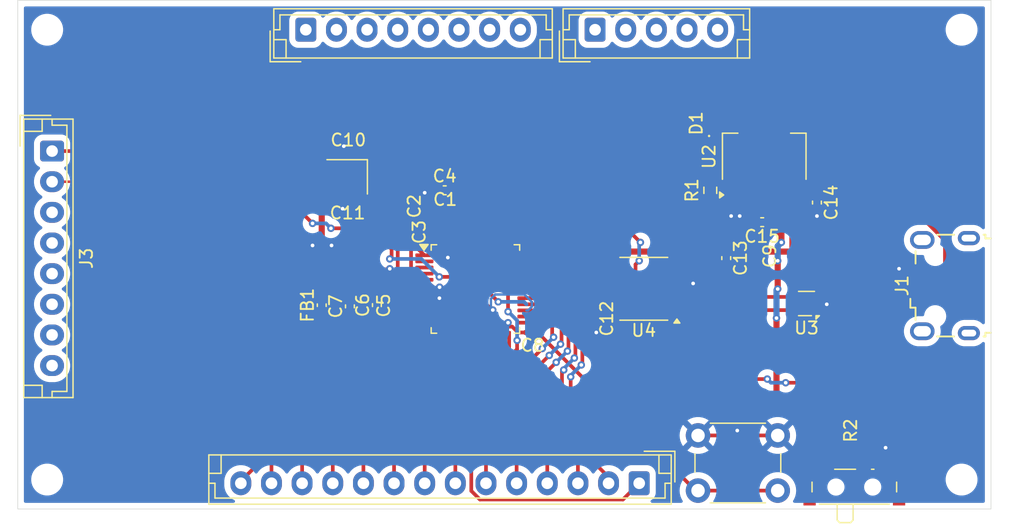
<source format=kicad_pcb>
(kicad_pcb (version 20240108) (generator "pcbnew") (generator_version "8.0")
  (layers (0 "F.Cu" signal) (31 "B.Cu" signal) (34 "B.Paste" user) (35 "F.Paste" user) (36 "B.SilkS" user "B.Silkscreen") (37 "F.SilkS" user "F.Silkscreen") (38 "B.Mask" user) (39 "F.Mask" user) (44 "Edge.Cuts" user))
  (net 0 "")
  (net 1 "+3.3V")
  (net 2 "GND")
  (net 3 "+3.3VA")
  (net 4 "/RESET_LINE")
  (net 5 "VBUS")
  (net 6 "/OSC_IN")
  (net 7 "/OSC_OUT")
  (net 8 "Net-(U4-V3)")
  (net 9 "Net-(D1-K)")
  (net 14 "Net-(J1-D+)")
  (net 15 "Net-(J1-D-)")
  (net 17 "/PB2")
  (net 18 "/PB4")
  (net 19 "/PB7")
  (net 20 "/PB0")
  (net 21 "/PB1")
  (net 22 "/PB6")
  (net 23 "/PB3")
  (net 24 "/PB5")
  (net 25 "/PB13")
  (net 26 "/PB9")
  (net 27 "/PB8")
  (net 28 "/PB10")
  (net 29 "/PB15")
  (net 30 "/PB14")
  (net 31 "/PB12")
  (net 32 "/PB11")
  (net 33 "/PA12")
  (net 34 "/PA3")
  (net 35 "/PA8")
  (net 36 "/PA2")
  (net 37 "/PA6")
  (net 38 "/PA4")
  (net 39 "/PA10")
  (net 40 "/PA0")
  (net 41 "/PA9")
  (net 42 "/PA7")
  (net 43 "/PA1")
  (net 44 "/PA13")
  (net 45 "/PA5")
  (net 46 "/PA11")
  (net 47 "/PC15")
  (net 48 "/PC13")
  (net 49 "/PF6")
  (net 50 "/PC14")
  (net 51 "/PF7")
  (net 52 "/BOOT_SELECTOR")
  (net 53 "/USART_1_RX")
  (net 54 "/USART_1_TX")
  (net 55 "Net-(U4-UD-)")
  (net 56 "Net-(U4-UD+)")
  (net 58 "Net-(U1-BOOT0)")
  (footprint "Capacitor_SMD:C_0201_0603Metric_Pad0.64x0.40mm_HandSolder" (layer "F.Cu") (at 217.1 91.9675 -90)
    (property "Reference" "C12")
    (property "Value" "0.1u" (hide yes))
  )
  (footprint "Capacitor_SMD:C_0402_1005Metric_Pad0.74x0.62mm_HandSolder" (layer "F.Cu") (at 199.4 90.8675 90)
    (property "Reference" "C6")
    (property "Value" "1u" (hide yes))
  )
  (footprint "Connector_JST:JST_EH_B8B-EH-A_1x08_P2.50mm_Vertical" (layer "F.Cu") (at 193.6 68.4)
    (property "Reference" "J2" (hide yes))
    (property "Value" "Conn_01x08_Pin" (hide yes))
  )
  (footprint "Package_SO:SOP-8_3.9x4.9mm_P1.27mm" (layer "F.Cu") (at 221.175 89.535 180)
    (property "Reference" "U4")
    (property "Value" "CH340N" (hide yes))
  )
  (footprint "Capacitor_SMD:C_0402_1005Metric_Pad0.74x0.62mm_HandSolder" (layer "F.Cu") (at 235.3 82.5 -90)
    (property "Reference" "C14")
    (property "Value" "22uf" (hide yes))
  )
  (footprint "Capacitor_SMD:C_0402_1005Metric_Pad0.74x0.62mm_HandSolder" (layer "F.Cu") (at 230.8325 84.1 180)
    (property "Reference" "C15")
    (property "Value" "22uf" (hide yes))
  )
  (footprint "MountingHole:MountingHole_2.1mm" (layer "F.Cu") (at 172.5 105.1)
    (property "Reference" "H2" (hide yes))
    (property "Value" "MountingHole" (hide yes))
  )
  (footprint "Resistor_SMD:R_0201_0603Metric_Pad0.64x0.40mm_HandSolder" (layer "F.Cu") (at 239.1 101.1 90)
    (property "Reference" "R2")
    (property "Value" "10k" (hide yes))
  )
  (footprint "Connector_JST:JST_EH_B14B-EH-A_1x14_P2.50mm_Vertical" (layer "F.Cu") (at 220.8 105.4 180)
    (property "Reference" "J4" (hide yes))
    (property "Value" "Conn_01x14_Pin")
  )
  (footprint "Package_QFP:LQFP-48_7x7mm_P0.5mm" (layer "F.Cu") (at 207.4375 89.55)
    (property "Reference" "U1" (hide yes))
    (property "Value" "STM32F030C6Tx")
  )
  (footprint "Capacitor_SMD:C_0201_0603Metric_Pad0.64x0.40mm_HandSolder" (layer "F.Cu") (at 197.0675 78.5 180)
    (property "Reference" "C10")
    (property "Value" "20pF" (hide yes))
  )
  (footprint "Capacitor_SMD:C_0402_1005Metric_Pad0.74x0.62mm_HandSolder" (layer "F.Cu") (at 197.2 90.9675 90)
    (property "Reference" "C7")
    (property "Value" "1u" (hide yes))
  )
  (footprint "Capacitor_SMD:C_0201_0603Metric_Pad0.64x0.40mm_HandSolder" (layer "F.Cu") (at 203.5 82.8 90)
    (property "Reference" "C2")
    (property "Value" "100n" (hide yes))
  )
  (footprint "Button_Switch_SMD:SW_SPDT_PCM12" (layer "F.Cu") (at 238.35 105.38)
    (property "Reference" "SW2" (hide yes))
    (property "Value" "SW_Nidec_CAS-120A1" (hide yes))
  )
  (footprint "Package_TO_SOT_SMD:SOT-666" (layer "F.Cu") (at 234.45 90.7375 180)
    (property "Reference" "U3")
    (property "Value" "USBLC6-2P6" (hide yes))
  )
  (footprint "Resistor_SMD:R_0603_1608Metric_Pad0.98x0.95mm_HandSolder" (layer "F.Cu") (at 226.6 81.5 -90)
    (property "Reference" "R1")
    (property "Value" "1.5K" (hide yes))
  )
  (footprint "Capacitor_SMD:C_0402_1005Metric_Pad0.74x0.62mm_HandSolder" (layer "F.Cu") (at 204.9325 81.5)
    (property "Reference" "C4")
    (property "Value" "10u" (hide yes))
  )
  (footprint "Inductor_SMD:L_0402_1005Metric_Pad0.77x0.64mm_HandSolder" (layer "F.Cu") (at 194.9 90.8725 90)
    (property "Reference" "FB1")
    (property "Value" "FerriteBead" (hide yes))
  )
  (footprint "Crystal:Crystal_SMD_2520-4Pin_2.5x2.0mm" (layer "F.Cu") (at 196.975 80.4 180)
    (property "Reference" "Y1" (hide yes))
    (property "Value" "12Mhz" (hide yes))
  )
  (footprint "Capacitor_SMD:C_0201_0603Metric_Pad0.64x0.40mm_HandSolder" (layer "F.Cu") (at 230.4 86.8675 -90)
    (property "Reference" "C9")
    (property "Value" "0.1u" (hide yes))
  )
  (footprint "Capacitor_SMD:C_0201_0603Metric_Pad0.64x0.40mm_HandSolder" (layer "F.Cu") (at 203.9 84.9075 90)
    (property "Reference" "C3")
    (property "Value" "100n" (hide yes))
  )
  (footprint "Package_TO_SOT_SMD:SOT-223-3_TabPin2" (layer "F.Cu") (at 231 78.75 90)
    (property "Reference" "U2")
    (property "Value" "AMS1117-3.3" (hide yes))
  )
  (footprint "LED_SMD:LED_0201_0603Metric_Pad0.64x0.40mm_HandSolder" (layer "F.Cu") (at 226.5 76.0325 90)
    (property "Reference" "D1")
    (property "Value" "LED" (hide yes))
  )
  (footprint "Capacitor_SMD:C_0201_0603Metric_Pad0.64x0.40mm_HandSolder" (layer "F.Cu") (at 201 90.9 90)
    (property "Reference" "C5")
    (property "Value" "10n" (hide yes))
  )
  (footprint "MountingHole:MountingHole_2.1mm" (layer "F.Cu") (at 247.1 105.1)
    (property "Reference" "H3" (hide yes))
    (property "Value" "MountingHole" (hide yes))
  )
  (footprint "Capacitor_SMD:C_0201_0603Metric_Pad0.64x0.40mm_HandSolder" (layer "F.Cu") (at 204.9675 83.3)
    (property "Reference" "C1")
    (property "Value" "100n" (hide yes))
  )
  (footprint "Button_Switch_THT:SW_PUSH_6mm" (layer "F.Cu") (at 225.6 101.5)
    (property "Reference" "SW1" (hide yes))
    (property "Value" "SW_Push" (hide yes))
  )
  (footprint "Capacitor_SMD:C_0201_0603Metric_Pad0.64x0.40mm_HandSolder" (layer "F.Cu") (at 212.1 93.1 180)
    (property "Reference" "C8")
    (property "Value" "100n" (hide yes))
  )
  (footprint "Connector_JST:JST_EH_B8B-EH-A_1x08_P2.50mm_Vertical" (layer "F.Cu") (at 172.9 78.3 -90)
    (property "Reference" "J3")
    (property "Value" "Conn_01x08_Pin")
  )
  (footprint "Connector_JST:JST_EH_B5B-EH-A_1x05_P2.50mm_Vertical" (layer "F.Cu") (at 217.2 68.4)
    (property "Reference" "J5" (hide yes))
    (property "Value" "Conn_01x05_Pin" (hide yes))
  )
  (footprint "MountingHole:MountingHole_2.1mm" (layer "F.Cu") (at 172.5 68.4)
    (property "Reference" "H1" (hide yes))
    (property "Value" "MountingHole" (hide yes))
  )
  (footprint "Connector_USB:USB_Micro-B_Wuerth_629105150521" (layer "F.Cu") (at 245.745 89.275 90)
    (property "Reference" "J1")
    (property "Value" "USB_B_Micro")
  )
  (footprint "MountingHole:MountingHole_2.1mm" (layer "F.Cu") (at 247.1 68.4)
    (property "Reference" "H4" (hide yes))
    (property "Value" "MountingHole" (hide yes))
  )
  (footprint "Capacitor_SMD:C_0402_1005Metric_Pad0.74x0.62mm_HandSolder" (layer "F.Cu") (at 227.9 87.0325 -90)
    (property "Reference" "C13")
    (property "Value" "10u" (hide yes))
  )
  (footprint "Capacitor_SMD:C_0201_0603Metric_Pad0.64x0.40mm_HandSolder" (layer "F.Cu") (at 197.0075 82.3 180)
    (property "Reference" "C11")
    (property "Value" "20pF" (hide yes))
  )
  (gr_rect (start 170.1 66) (end 249.5 107.5) (stroke (width 0.05)) (fill none) (layer "Edge.Cuts"))
  (segment (start 225.9 73.6) (end 230.6 73.6) (width 0.5) (layer "F.Cu") (net 1))
  (segment (start 232.4 85.1) (end 231.4 84.1) (width 0.5) (layer "F.Cu") (net 1))
  (segment (start 204.56 83.3) (end 204.56 85.26) (width 0.3) (layer "F.Cu") (net 1))
  (segment (start 202.85 83.117893) (end 202.85 86.375) (width 0.3) (layer "F.Cu") (net 1))
  (segment (start 202.85 86.375) (end 203.275 86.8) (width 0.3) (layer "F.Cu") (net 1))
  (segment (start 195.872606 90.3) (end 197.107606 91.535) (width 0.5) (layer "F.Cu") (net 1))
  (segment (start 236.1 103.95) (end 236.1 102.7) (width 0.5) (layer "F.Cu") (net 1))
  (segment (start 203.5 83.2075) (end 204.2625 83.2075) (width 0.3) (layer "F.Cu") (net 1))
  (segment (start 204.365 83.105) (end 204.56 83.3) (width 0.5) (layer "F.Cu") (net 1))
  (segment (start 232.1 89.55) (end 232.1 87.25) (width 0.5) (layer "F.Cu") (net 1))
  (segment (start 204.615 85.315) (end 204.6875 85.3875) (width 0.3) (layer "F.Cu") (net 1))
  (segment (start 232 98.6) (end 232 91.925) (width 0.5) (layer "F.Cu") (net 1))
  (segment (start 194.9 76.3) (end 194.9 90.3) (width 0.5) (layer "F.Cu") (net 1))
  (segment (start 223.875 75.625) (end 225.9 73.6) (width 0.5) (layer "F.Cu") (net 1))
  (segment (start 231.4 84.1) (end 231.4 82.3) (width 0.5) (layer "F.Cu") (net 1))
  (segment (start 201.65 81.05) (end 201.65 81.917893) (width 0.3) (layer "F.Cu") (net 1))
  (segment (start 230.6 73.6) (end 231 74) (width 0.5) (layer "F.Cu") (net 1))
  (segment (start 231 74) (end 231 75.6) (width 0.5) (layer "F.Cu") (net 1))
  (segment (start 231 75.6) (end 230.975 75.625) (width 0.3) (layer "F.Cu") (net 1))
  (segment (start 204.365 75.79) (end 204.365 81.5) (width 0.5) (layer "F.Cu") (net 1))
  (segment (start 194.9 90.3) (end 195.872606 90.3) (width 0.5) (layer "F.Cu") (net 1))
  (segment (start 197.107606 91.535) (end 197.2 91.535) (width 0.5) (layer "F.Cu") (net 1))
  (segment (start 236.1 102.7) (end 232 98.6) (width 0.5) (layer "F.Cu") (net 1))
  (segment (start 232.4 85.75) (end 232.4 85.1) (width 0.5) (layer "F.Cu") (net 1))
  (segment (start 203.9 85.315) (end 204.615 85.315) (width 0.3) (layer "F.Cu") (net 1))
  (segment (start 204.2625 83.2075) (end 204.365 83.105) (width 0.3) (layer "F.Cu") (net 1))
  (segment (start 204.2 75.625) (end 204.365 75.79) (width 0.5) (layer "F.Cu") (net 1))
  (segment (start 230.975 75.625) (end 226.8 75.625) (width 0.3) (layer "F.Cu") (net 1))
  (segment (start 197.107606 91.6675) (end 197.2 91.6675) (width 0.5) (layer "F.Cu") (net 1))
  (segment (start 204.2 75.625) (end 223.875 75.625) (width 0.5) (layer "F.Cu") (net 1))
  (segment (start 194.9 76.3) (end 195.575 75.625) (width 0.5) (layer "F.Cu") (net 1))
  (segment (start 201.65 81.917893) (end 202.85 83.117893) (width 0.3) (layer "F.Cu") (net 1))
  (segment (start 203.915 81.05) (end 201.65 81.05) (width 0.3) (layer "F.Cu") (net 1))
  (segment (start 195.575 75.625) (end 204.2 75.625) (width 0.5) (layer "F.Cu") (net 1))
  (segment (start 231.4 82.3) (end 231 81.9) (width 0.5) (layer "F.Cu") (net 1))
  (segment (start 204.56 85.26) (end 204.6875 85.3875) (width 0.3) (layer "F.Cu") (net 1))
  (segment (start 204.365 81.5) (end 203.915 81.05) (width 0.3) (layer "F.Cu") (net 1))
  (segment (start 204.365 81.5) (end 204.365 83.105) (width 0.5) (layer "F.Cu") (net 1))
  (via (at 232 91.925) (size 0.6) (drill 0.3) (layers "F.Cu" "B.Cu") (net 1))
  (via (at 232.1 89.55) (size 0.6) (drill 0.3) (layers "F.Cu" "B.Cu") (net 1))
  (via (at 232.1 87.25) (size 0.6) (drill 0.3) (layers "F.Cu" "B.Cu") (net 1))
  (via (at 232.4 85.75) (size 0.6) (drill 0.3) (layers "F.Cu" "B.Cu") (net 1))
  (segment (start 232.1 87.25) (end 232.1 86.05) (width 0.5) (layer "B.Cu") (net 1))
  (segment (start 232 91.925) (end 232 89.65) (width 0.5) (layer "B.Cu") (net 1))
  (segment (start 232.1 86.05) (end 232.4 85.75) (width 0.5) (layer "B.Cu") (net 1))
  (segment (start 232 89.65) (end 232.1 89.55) (width 0.5) (layer "B.Cu") (net 1))
  (segment (start 210.1 92.625) (end 210.1 92.3) (width 0.3) (layer "F.Cu") (net 2))
  (segment (start 209.93438 92.625) (end 209.6875 92.87188) (width 0.3) (layer "F.Cu") (net 2))
  (segment (start 228.7 83.3) (end 228.599997 83.3) (width 0.5) (layer "F.Cu") (net 2))
  (segment (start 203.928332 86.3) (end 203.35 85.721668) (width 0.3) (layer "F.Cu") (net 2))
  (segment (start 205.05938 87.1) (end 204.25938 86.3) (width 0.3) (layer "F.Cu") (net 2))
  (segment (start 228.7 81.9) (end 228.7 83.3) (width 0.5) (layer "F.Cu") (net 2))
  (segment (start 196.66 77.94) (end 196.7 77.9) (width 0.3) (layer "F.Cu") (net 2))
  (segment (start 228.8 101.5) (end 228.8 101.1) (width 0.3) (layer "F.Cu") (net 2))
  (segment (start 230.265 83.465) (end 228.7 81.9) (width 0.5) (layer "F.Cu") (net 2))
  (segment (start 242.075 87.975) (end 242 87.9) (width 0.3) (layer "F.Cu") (net 2))
  (segment (start 196.66 79.14) (end 196.1 79.7) (width 0.3) (layer "F.Cu") (net 2))
  (segment (start 203.275 90.3) (end 204.5 90.3) (width 0.3) (layer "F.Cu") (net 2))
  (segment (start 196.6 81.6) (end 196.1 81.1) (width 0.3) (layer "F.Cu") (net 2))
  (segment (start 217.1 92.9) (end 217.3 93.1) (width 0.3) (layer "F.Cu") (net 2))
  (segment (start 205.375 84.35938) (end 205.1875 84.54688) (width 0.3) (layer "F.Cu") (net 2))
  (segment (start 205.5 83.175) (end 205.375 83.3) (width 0.5) (layer "F.Cu") (net 2))
  (segment (start 205.5 82.3) (end 205.5 83.175) (width 0.5) (layer "F.Cu") (net 2))
  (segment (start 235.3 83.0675) (end 235.3 83.6) (width 0.5) (layer "F.Cu") (net 2))
  (segment (start 225 88.9) (end 225.2 89.1) (width 0.3) (layer "F.Cu") (net 2))
  (segment (start 223.8 88.9) (end 225 88.9) (width 0.3) (layer "F.Cu") (net 2))
  (segment (start 228.8 101.5) (end 232.1 101.5) (width 0.3) (layer "F.Cu") (net 2))
  (segment (start 196.6 82.3) (end 196.6 83) (width 0.3) (layer "F.Cu") (net 2))
  (segment (start 225.6 101.5) (end 228.8 101.5) (width 0.3) (layer "F.Cu") (net 2))
  (segment (start 203.700001 84.5) (end 203.9 84.5) (width 0.3) (layer "F.Cu") (net 2))
  (segment (start 200.8075 90.3) (end 201 90.4925) (width 0.5) (layer "F.Cu") (net 2))
  (segment (start 209.6875 92.87188) (end 209.6875 93.7125) (width 0.3) (layer "F.Cu") (net 2))
  (segment (start 230.075 87.6) (end 230.4 87.275) (width 0.3) (layer "F.Cu") (net 2))
  (segment (start 226.6 82.4125) (end 228.1875 82.4125) (width 0.5) (layer "F.Cu") (net 2))
  (segment (start 227.9 87.6) (end 230.075 87.6) (width 0.3) (layer "F.Cu") (net 2))
  (segment (start 205.375 83.3) (end 205.375 84.35938) (width 0.3) (layer "F.Cu") (net 2))
  (segment (start 226.7 87.6) (end 227.9 87.6) (width 0.3) (layer "F.Cu") (net 2))
  (segment (start 205.5 81.5) (end 205.5 82.3) (width 0.5) (layer "F.Cu") (net 2))
  (segment (start 228.599997 83.3) (end 228.299997 83.6) (width 0.5) (layer "F.Cu") (net 2))
  (segment (start 235.375 90.7375) (end 236.0375 90.7375) (width 0.3) (layer "F.Cu") (net 2))
  (segment (start 201 90.4925) (end 201.1925 90.3) (width 0.3) (layer "F.Cu") (net 2))
  (segment (start 240.6 102.8) (end 240.9 102.5) (width 0.5) (layer "F.Cu") (net 2))
  (segment (start 205.5 81.549026) (end 205.5 82.3) (width 0.3) (layer "F.Cu") (net 2))
  (segment (start 228.1875 82.4125) (end 228.7 81.9) (width 0.5) (layer "F.Cu") (net 2))
  (segment (start 240.6 103.95) (end 240.6 102.8) (width 0.5) (layer "F.Cu") (net 2))
  (segment (start 196.6 82.3) (end 196.6 81.6) (width 0.3) (layer "F.Cu") (net 2))
  (segment (start 217.1 92.375) (end 217.1 92.9) (width 0.3) (layer "F.Cu") (net 2))
  (segment (start 204.25938 86.3) (end 203.928332 86.3) (width 0.3) (layer "F.Cu") (net 2))
  (segment (start 225.2 89.1) (end 226.7 87.6) (width 0.3) (layer "F.Cu") (net 2))
  (segment (start 243.845 87.975) (end 242.075 87.975) (width 0.3) (layer "F.Cu") (net 2))
  (segment (start 210.44062 92.625) (end 210.1 92.625) (width 0.3) (layer "F.Cu") (net 2))
  (segment (start 196.66 78.5) (end 196.66 77.94) (width 0.3) (layer "F.Cu") (net 2))
  (segment (start 228.7 83.3) (end 229 83.6) (width 0.5) (layer "F.Cu") (net 2))
  (segment (start 211.6925 93.1) (end 210.91562 93.1) (width 0.3) (layer "F.Cu") (net 2))
  (segment (start 199.4 90.3) (end 200.8075 90.3) (width 0.5) (layer "F.Cu") (net 2))
  (segment (start 201.1925 90.3) (end 203.275 90.3) (width 0.3) (layer "F.Cu") (net 2))
  (segment (start 196.66 78.5) (end 196.66 79.14) (width 0.3) (layer "F.Cu") (net 2))
  (segment (start 210.1 92.625) (end 209.93438 92.625) (width 0.3) (layer "F.Cu") (net 2))
  (segment (start 203.35 84.850001) (end 203.700001 84.5) (width 0.3) (layer "F.Cu") (net 2))
  (segment (start 210.91562 93.1) (end 210.44062 92.625) (width 0.3) (layer "F.Cu") (net 2))
  (segment (start 203.5 82.3925) (end 203.5 81.9) (width 0.3) (layer "F.Cu") (net 2))
  (segment (start 205.1875 84.54688) (end 205.1875 85.3875) (width 0.3) (layer "F.Cu") (net 2))
  (segment (start 205.1875 86.9875) (end 205.05938 87.1) (width 0.3) (layer "F.Cu") (net 2))
  (segment (start 203.5 81.9) (end 203.3 81.7) (width 0.3) (layer "F.Cu") (net 2))
  (segment (start 199.3 90.4) (end 199.4 90.3) (width 0.5) (layer "F.Cu") (net 2))
  (segment (start 230.265 84.1) (end 230.265 83.465) (width 0.5) (layer "F.Cu") (net 2))
  (segment (start 197.2 90.4) (end 199.3 90.4) (width 0.5) (layer "F.Cu") (net 2))
  (segment (start 203.35 85.721668) (end 203.35 84.850001) (width 0.3) (layer "F.Cu") (net 2))
  (segment (start 236.0375 90.7375) (end 236.1 90.8) (width 0.3) (layer "F.Cu") (net 2))
  (segment (start 205.1875 86.9875) (end 205.1875 85.3875) (width 0.3) (layer "F.Cu") (net 2))
  (via (at 229 83.6) (size 0.6) (drill 0.3) (layers "F.Cu" "B.Cu") (net 2))
  (via (at 205.1875 86.9875) (size 0.6) (drill 0.3) (layers "F.Cu" "B.Cu") (net 2))
  (via (at 240.9 102.5) (size 0.6) (drill 0.3) (layers "F.Cu" "B.Cu") (net 2))
  (via (at 196.7 77.9) (size 0.6) (drill 0.3) (layers "F.Cu" "B.Cu") (net 2))
  (via (at 228.8 101.1) (size 0.6) (drill 0.3) (layers "F.Cu" "B.Cu") (net 2))
  (via (at 242 87.9) (size 0.6) (drill 0.3) (layers "F.Cu" "B.Cu") (net 2))
  (via (at 217.3 93.1) (size 0.6) (drill 0.3) (layers "F.Cu" "B.Cu") (net 2))
  (via (at 196.6 83) (size 0.6) (drill 0.3) (layers "F.Cu" "B.Cu") (net 2))
  (via (at 225.2 89.1) (size 0.6) (drill 0.3) (layers "F.Cu" "B.Cu") (net 2))
  (via (at 210.1 92.3) (size 0.6) (drill 0.3) (layers "F.Cu" "B.Cu") (net 2))
  (via (at 236.1 90.8) (size 0.6) (drill 0.3) (layers "F.Cu" "B.Cu") (net 2))
  (via (at 203.3 81.7) (size 0.6) (drill 0.3) (layers "F.Cu" "B.Cu") (net 2))
  (via (at 228.299997 83.6) (size 0.6) (drill 0.3) (layers "F.Cu" "B.Cu") (net 2))
  (via (at 235.3 83.6) (size 0.6) (drill 0.3) (layers "F.Cu" "B.Cu") (net 2))
  (via (at 204.5 90.3) (size 0.6) (drill 0.3) (layers "F.Cu" "B.Cu") (net 2))
  (segment (start 201 91.3075) (end 201.512667 91.3075) (width 0.3) (layer "F.Cu") (net 3))
  (segment (start 198.4675 92.3675) (end 199.4 91.435) (width 0.5) (layer "F.Cu") (net 3))
  (segment (start 202.020167 90.8) (end 203.275 90.8) (width 0.3) (layer "F.Cu") (net 3))
  (segment (start 199.4 91.435) (end 200.8725 91.435) (width 0.5) (layer "F.Cu") (net 3))
  (segment (start 194.9 91.445) (end 195.8225 92.3675) (width 0.5) (layer "F.Cu") (net 3))
  (segment (start 200.8725 91.435) (end 201 91.3075) (width 0.5) (layer "F.Cu") (net 3))
  (segment (start 195.8225 92.3675) (end 198.4675 92.3675) (width 0.5) (layer "F.Cu") (net 3))
  (segment (start 201.512667 91.3075) (end 202.020167 90.8) (width 0.3) (layer "F.Cu") (net 3))
  (segment (start 225.4075 106) (end 225.6 106) (width 0.3) (layer "F.Cu") (net 4))
  (segment (start 225.6 106) (end 232.1 106) (width 0.3) (layer "F.Cu") (net 4))
  (segment (start 212.5075 93.1) (end 225.4075 106) (width 0.3) (layer "F.Cu") (net 4))
  (segment (start 234.2 91.197727) (end 234.902273 91.9) (width 0.3) (layer "F.Cu") (net 5))
  (segment (start 234.2 90.775) (end 234.2 91.197727) (width 0.3) (layer "F.Cu") (net 5))
  (segment (start 218.55 87.63) (end 219.68 86.5) (width 0.5) (layer "F.Cu") (net 5))
  (segment (start 245.845 85.563299) (end 245.845 89.7) (width 0.5) (layer "F.Cu") (net 5))
  (segment (start 242.52 91.9) (end 243.845 90.575) (width 0.3) (layer "F.Cu") (net 5))
  (segment (start 234.902273 91.9) (end 242.52 91.9) (width 0.3) (layer "F.Cu") (net 5))
  (segment (start 233.3 81.9) (end 242.181701 81.9) (width 0.5) (layer "F.Cu") (net 5))
  (segment (start 242.181701 81.9) (end 245.845 85.563299) (width 0.5) (layer "F.Cu") (net 5))
  (segment (start 244.945 90.6) (end 243.845 90.6) (width 0.5) (layer "F.Cu") (net 5))
  (segment (start 245.845 89.7) (end 244.945 90.6) (width 0.5) (layer "F.Cu") (net 5))
  (segment (start 233.525 90.7375) (end 234.1625 90.7375) (width 0.3) (layer "F.Cu") (net 5))
  (segment (start 233.5 86.5) (end 233.3 86.3) (width 0.5) (layer "F.Cu") (net 5))
  (segment (start 219.68 86.5) (end 233.5 86.5) (width 0.5) (layer "F.Cu") (net 5))
  (segment (start 234.1625 90.7375) (end 234.2 90.775) (width 0.3) (layer "F.Cu") (net 5))
  (segment (start 233.3 86.3) (end 233.3 81.9) (width 0.5) (layer "F.Cu") (net 5))
  (segment (start 202.4 88.8) (end 203.275 88.8) (width 0.3) (layer "F.Cu") (net 6))
  (segment (start 198.725 79.7) (end 202.1875 83.1625) (width 0.3) (layer "F.Cu") (net 6))
  (segment (start 197.475 78.5) (end 197.475 79.325) (width 0.3) (layer "F.Cu") (net 6))
  (segment (start 197.85 79.7) (end 198.725 79.7) (width 0.3) (layer "F.Cu") (net 6))
  (segment (start 202.1875 88.5875) (end 202.4 88.8) (width 0.3) (layer "F.Cu") (net 6))
  (segment (start 202.1875 83.1625) (end 202.1875 88.5875) (width 0.3) (layer "F.Cu") (net 6))
  (segment (start 197.475 79.325) (end 197.85 79.7) (width 0.3) (layer "F.Cu") (net 6))
  (segment (start 197.415 81.535) (end 197.85 81.1) (width 0.3) (layer "F.Cu") (net 7))
  (segment (start 200 82.3) (end 201.1 83.4) (width 0.3) (layer "F.Cu") (net 7))
  (segment (start 197.415 82.3) (end 200 82.3) (width 0.3) (layer "F.Cu") (net 7))
  (segment (start 197.415 82.3) (end 197.415 81.535) (width 0.3) (layer "F.Cu") (net 7))
  (segment (start 201.8 89.3) (end 203.275 89.3) (width 0.3) (layer "F.Cu") (net 7))
  (segment (start 201.1 88.6) (end 201.8 89.3) (width 0.3) (layer "F.Cu") (net 7))
  (segment (start 201.1 83.4) (end 201.1 88.6) (width 0.3) (layer "F.Cu") (net 7))
  (segment (start 217.22 91.44) (end 217.1 91.56) (width 0.3) (layer "F.Cu") (net 8))
  (segment (start 218.55 91.44) (end 217.22 91.44) (width 0.3) (layer "F.Cu") (net 8))
  (segment (start 226.6 76.54) (end 226.5 76.44) (width 0.3) (layer "F.Cu") (net 9))
  (segment (start 226.8 80.3875) (end 226.6 80.5875) (width 0.3) (layer "F.Cu") (net 9))
  (segment (start 226.6 80.5875) (end 226.6 76.54) (width 0.3) (layer "F.Cu") (net 9))
  (segment (start 234.7 90.99062) (end 234.7 89.919844) (width 0.3) (layer "F.Cu") (net 14))
  (segment (start 234.98438 91.275) (end 234.7 90.99062) (width 0.3) (layer "F.Cu") (net 14))
  (segment (start 235.3 91.275) (end 234.98438 91.275) (width 0.3) (layer "F.Cu") (net 14))
  (segment (start 234.7 89.919844) (end 235.344844 89.275) (width 0.3) (layer "F.Cu") (net 14))
  (segment (start 235.344844 89.275) (end 243.845 89.275) (width 0.3) (layer "F.Cu") (net 14))
  (segment (start 235.3 90.2) (end 235.575 89.925) (width 0.3) (layer "F.Cu") (net 15))
  (segment (start 235.575 89.925) (end 243.845 89.925) (width 0.3) (layer "F.Cu") (net 15))
  (segment (start 207.264177 88.564177) (end 209.3 90.6) (width 0.3) (layer "F.Cu") (net 29))
  (segment (start 204.49053 88.564177) (end 207.264177 88.564177) (width 0.3) (layer "F.Cu") (net 29))
  (segment (start 198.9 84.6) (end 200.6 86.3) (width 0.3) (layer "F.Cu") (net 29))
  (segment (start 200.6 86.3) (end 200.6 86.95) (width 0.3) (layer "F.Cu") (net 29))
  (segment (start 200.6 86.95) (end 200.45 87.1) (width 0.3) (layer "F.Cu") (net 29))
  (segment (start 188.25 78.3) (end 194.15 84.2) (width 0.3) (layer "F.Cu") (net 29))
  (segment (start 195.65 84.6) (end 198.9 84.6) (width 0.3) (layer "F.Cu") (net 29))
  (segment (start 172.9 78.3) (end 188.25 78.3) (width 0.3) (layer "F.Cu") (net 29))
  (via (at 204.49053 88.564177) (size 0.6) (drill 0.3) (layers "F.Cu" "B.Cu") (net 29))
  (via (at 209.3 90.6) (size 0.6) (drill 0.3) (layers "F.Cu" "B.Cu") (net 29))
  (via (at 194.15 84.2) (size 0.6) (drill 0.3) (layers "F.Cu" "B.Cu") (net 29))
  (via (at 200.45 87.1) (size 0.6) (drill 0.3) (layers "F.Cu" "B.Cu") (net 29))
  (via (at 195.65 84.6) (size 0.6) (drill 0.3) (layers "F.Cu" "B.Cu") (net 29))
  (segment (start 194.15 84.2) (end 195.25 84.2) (width 0.3) (layer "B.Cu") (net 29))
  (segment (start 209.3 90.6) (end 211.4 90.6) (width 0.3) (layer "B.Cu") (net 29))
  (segment (start 200.45 87.1) (end 203.026353 87.1) (width 0.3) (layer "B.Cu") (net 29))
  (segment (start 203.026353 87.1) (end 204.49053 88.564177) (width 0.3) (layer "B.Cu") (net 29))
  (segment (start 211.4 90.6) (end 211.6 90.8) (width 0.3) (layer "B.Cu") (net 29))
  (segment (start 195.25 84.2) (end 195.65 84.6) (width 0.3) (layer "B.Cu") (net 29))
  (segment (start 188.95 80.8) (end 194.15 86) (width 0.2) (layer "F.Cu") (net 30))
  (segment (start 204.512089 89.402673) (end 206.993268 89.402673) (width 0.2) (layer "F.Cu") (net 30))
  (segment (start 206.993268 89.402673) (end 208.856238 91.265643) (width 0.2) (layer "F.Cu") (net 30))
  (segment (start 197.6 87.9) (end 200.45 87.9) (width 0.2) (layer "F.Cu") (net 30))
  (segment (start 195.7 86) (end 197.6 87.9) (width 0.2) (layer "F.Cu") (net 30))
  (segment (start 172.9 80.8) (end 188.95 80.8) (width 0.2) (layer "F.Cu") (net 30))
  (via (at 194.15 86) (size 0.6) (drill 0.3) (layers "F.Cu" "B.Cu") (net 30))
  (via (at 200.45 87.9) (size 0.6) (drill 0.3) (layers "F.Cu" "B.Cu") (net 30))
  (via (at 208.856238 91.265643) (size 0.6) (drill 0.3) (layers "F.Cu" "B.Cu") (net 30))
  (via (at 195.7 86) (size 0.6) (drill 0.3) (layers "F.Cu" "B.Cu") (net 30))
  (via (at 204.512089 89.402673) (size 0.6) (drill 0.3) (layers "F.Cu" "B.Cu") (net 30))
  (segment (start 212.05 90.986396) (end 211.736396 91.3) (width 0.2) (layer "B.Cu") (net 30))
  (segment (start 208.856238 91.265643) (end 208.7 91.109405) (width 0.2) (layer "B.Cu") (net 30))
  (segment (start 194.15 86) (end 195.7 86) (width 0.2) (layer "B.Cu") (net 30))
  (segment (start 200.45 87.9) (end 200.9 87.9) (width 0.2) (layer "B.Cu") (net 30))
  (segment (start 202.402673 89.402673) (end 204.512089 89.402673) (width 0.2) (layer "B.Cu") (net 30))
  (segment (start 211.736396 91.3) (end 211.6 91.3) (width 0.2) (layer "B.Cu") (net 30))
  (segment (start 200.9 87.9) (end 202.402673 89.402673) (width 0.2) (layer "B.Cu") (net 30))
  (segment (start 208.7 91.109405) (end 208.7 90.351471) (width 0.2) (layer "B.Cu") (net 30))
  (segment (start 211.436396 90) (end 212.05 90.613604) (width 0.2) (layer "B.Cu") (net 30))
  (segment (start 208.7 90.351471) (end 209.051471 90) (width 0.2) (layer "B.Cu") (net 30))
  (segment (start 212.05 90.613604) (end 212.05 90.986396) (width 0.2) (layer "B.Cu") (net 30))
  (segment (start 209.051471 90) (end 211.436396 90) (width 0.2) (layer "B.Cu") (net 30))
  (segment (start 216.160431 91.191383) (end 213.269048 88.3) (width 0.3) (layer "F.Cu") (net 33))
  (segment (start 215.209817 101.809817) (end 215.209817 96.721557) (width 0.3) (layer "F.Cu") (net 33))
  (segment (start 216.076118 95.749378) (end 216.160431 95.665065) (width 0.3) (layer "F.Cu") (net 33))
  (segment (start 218.3 104.9) (end 215.7 102.3) (width 0.3) (layer "F.Cu") (net 33))
  (segment (start 215.7 102.3) (end 215.209817 101.809817) (width 0.3) (layer "F.Cu") (net 33))
  (segment (start 213.269048 88.3) (end 211.4 88.3) (width 0.3) (layer "F.Cu") (net 33))
  (segment (start 218.3 105.4) (end 218.3 104.9) (width 0.3) (layer "F.Cu") (net 33))
  (segment (start 216.160431 95.665065) (end 216.160431 91.191383) (width 0.3) (layer "F.Cu") (net 33))
  (via (at 215.209817 96.721557) (size 0.6) (drill 0.3) (layers "F.Cu" "B.Cu") (net 33))
  (via (at 216.076118 95.749378) (size 0.6) (drill 0.3) (layers "F.Cu" "B.Cu") (net 33))
  (segment (start 215.209817 96.615679) (end 216.076118 95.749378) (width 0.3) (layer "B.Cu") (net 33))
  (segment (start 215.209817 96.721557) (end 215.209817 96.615679) (width 0.3) (layer "B.Cu") (net 33))
  (segment (start 195.8 103.6) (end 195.8 105.4) (width 0.3) (layer "F.Cu") (net 34))
  (segment (start 204.6875 94.7125) (end 195.8 103.6) (width 0.3) (layer "F.Cu") (net 34))
  (segment (start 204.6875 93.7125) (end 204.6875 94.7125) (width 0.3) (layer "F.Cu") (net 34))
  (segment (start 212.44062 90.3) (end 211.6 90.3) (width 0.3) (layer "F.Cu") (net 35))
  (segment (start 213.7 91.55938) (end 212.44062 90.3) (width 0.3) (layer "F.Cu") (net 35))
  (segment (start 213.81337 93.48663) (end 213.7 93.37326) (width 0.3) (layer "F.Cu") (net 35))
  (segment (start 208.3 105.4) (end 208.3 99) (width 0.3) (layer "F.Cu") (net 35))
  (segment (start 213.7 93.37326) (end 213.7 91.55938) (width 0.3) (layer "F.Cu") (net 35))
  (segment (start 208.3 99) (end 212.89413 94.40587) (width 0.3) (layer "F.Cu") (net 35))
  (via (at 213.81337 93.48663) (size 0.6) (drill 0.3) (layers "F.Cu" "B.Cu") (net 35))
  (via (at 212.89413 94.40587) (size 0.6) (drill 0.3) (layers "F.Cu" "B.Cu") (net 35))
  (segment (start 212.89413 94.40587) (end 213.81337 93.48663) (width 0.3) (layer "B.Cu") (net 35))
  (segment (start 193.3 102.275) (end 203.275 92.3) (width 0.3) (layer "F.Cu") (net 36))
  (segment (start 193.3 105.4) (end 193.3 102.275) (width 0.3) (layer "F.Cu") (net 36))
  (segment (start 203.3 105.4) (end 203.3 99.3) (width 0.3) (layer "F.Cu") (net 37))
  (segment (start 203.3 99.3) (end 206.2 96.4) (width 0.3) (layer "F.Cu") (net 37))
  (segment (start 206.1875 94.673287) (end 206.1875 93.7125) (width 0.3) (layer "F.Cu") (net 37))
  (segment (start 206.2 96.4) (end 206.2 94.685787) (width 0.3) (layer "F.Cu") (net 37))
  (segment (start 206.2 94.685787) (end 206.1875 94.673287) (width 0.3) (layer "F.Cu") (net 37))
  (segment (start 198.3 102) (end 205.2 95.1) (width 0.3) (layer "F.Cu") (net 38))
  (segment (start 198.3 105.4) (end 198.3 102) (width 0.3) (layer "F.Cu") (net 38))
  (segment (start 205.2 95.1) (end 205.1875 95.0875) (width 0.3) (layer "F.Cu") (net 38))
  (segment (start 205.1875 95.0875) (end 205.1875 93.7125) (width 0.3) (layer "F.Cu") (net 38))
  (segment (start 212.854834 89.3) (end 211.6 89.3) (width 0.3) (layer "F.Cu") (net 39))
  (segment (start 214.944744 94.618004) (end 215.029057 94.533691) (width 0.3) (layer "F.Cu") (net 39))
  (segment (start 213.3 105.4) (end 213.3 96.26275) (width 0.3) (layer "F.Cu") (net 39))
  (segment (start 213.3 96.26275) (end 214.025505 95.537245) (width 0.3) (layer "F.Cu") (net 39))
  (segment (start 215.029057 94.533691) (end 215.029057 91.474224) (width 0.3) (layer "F.Cu") (net 39))
  (segment (start 214.227417 90.672583) (end 212.854834 89.3) (width 0.3) (layer "F.Cu") (net 39))
  (segment (start 215.029057 91.474224) (end 214.227417 90.672583) (width 0.3) (layer "F.Cu") (net 39))
  (via (at 214.944744 94.618004) (size 0.6) (drill 0.3) (layers "F.Cu" "B.Cu") (net 39))
  (via (at 214.025505 95.537245) (size 0.6) (drill 0.3) (layers "F.Cu" "B.Cu") (net 39))
  (segment (start 214.025505 95.537243) (end 214.944744 94.618004) (width 0.3) (layer "B.Cu") (net 39))
  (segment (start 214.025505 95.537245) (end 214.025505 95.537243) (width 0.3) (layer "B.Cu") (net 39))
  (segment (start 202.227273 91.3) (end 200.263637 93.263637) (width 0.3) (layer "F.Cu") (net 40))
  (segment (start 200.263637 93.263637) (end 188.3 105.227274) (width 0.3) (layer "F.Cu") (net 40))
  (segment (start 203.275 91.3) (end 202.227273 91.3) (width 0.3) (layer "F.Cu") (net 40))
  (segment (start 188.3 105.227274) (end 188.3 105.4) (width 0.3) (layer "F.Cu") (net 40))
  (segment (start 214.379057 94.052317) (end 214.46337 93.968004) (width 0.3) (layer "F.Cu") (net 41))
  (segment (start 210.8 105.4) (end 210.8 97.631376) (width 0.3) (layer "F.Cu") (net 41))
  (segment (start 212.647726 89.8) (end 211.6 89.8) (width 0.3) (layer "F.Cu") (net 41))
  (segment (start 214.46337 93.968004) (end 214.46337 91.615644) (width 0.3) (layer "F.Cu") (net 41))
  (segment (start 210.8 97.631376) (end 213.459818 94.971558) (width 0.3) (layer "F.Cu") (net 41))
  (segment (start 214.46337 91.615644) (end 212.647726 89.8) (width 0.3) (layer "F.Cu") (net 41))
  (via (at 213.459818 94.971558) (size 0.6) (drill 0.3) (layers "F.Cu" "B.Cu") (net 41))
  (via (at 214.379057 94.052317) (size 0.6) (drill 0.3) (layers "F.Cu" "B.Cu") (net 41))
  (segment (start 213.459818 94.971558) (end 213.459818 94.971556) (width 0.3) (layer "B.Cu") (net 41))
  (segment (start 213.459818 94.971556) (end 214.379057 94.052317) (width 0.3) (layer "B.Cu") (net 41))
  (segment (start 206.6875 93.7125) (end 206.6875 94.55312) (width 0.3) (layer "F.Cu") (net 42))
  (segment (start 205.8 98.4) (end 205.8 105.4) (width 0.3) (layer "F.Cu") (net 42))
  (segment (start 206.7 97.5) (end 205.8 98.4) (width 0.3) (layer "F.Cu") (net 42))
  (segment (start 206.6875 94.55312) (end 206.7 94.56562) (width 0.3) (layer "F.Cu") (net 42))
  (segment (start 206.7 94.56562) (end 206.7 97.5) (width 0.3) (layer "F.Cu") (net 42))
  (segment (start 202.43438 91.8) (end 203.275 91.8) (width 0.3) (layer "F.Cu") (net 43))
  (segment (start 190.8 105.4) (end 190.8 103.43438) (width 0.3) (layer "F.Cu") (net 43))
  (segment (start 190.8 103.43438) (end 202.43438 91.8) (width 0.3) (layer "F.Cu") (net 43))
  (segment (start 210.75938 87.8) (end 211.6 87.8) (width 0.3) (layer "F.Cu") (net 44))
  (segment (start 219.475 106.725) (end 207.802944 106.725) (width 0.3) (layer "F.Cu") (net 44))
  (segment (start 220.8 105.4) (end 219.475 106.725) (width 0.3) (layer "F.Cu") (net 44))
  (segment (start 207.1 106.022056) (end 207.1 98.2) (width 0.3) (layer "F.Cu") (net 44))
  (segment (start 210.1 88.45938) (end 210.75938 87.8) (width 0.3) (layer "F.Cu") (net 44))
  (segment (start 207.802944 106.725) (end 207.1 106.022056) (width 0.3) (layer "F.Cu") (net 44))
  (segment (start 207.1 98.2) (end 210.8375 94.4625) (width 0.3) (layer "F.Cu") (net 44))
  (segment (start 210.8375 94.4625) (end 210.8375 93.745289) (width 0.3) (layer "F.Cu") (net 44))
  (segment (start 210.1 91.4) (end 210.1 88.45938) (width 0.3) (layer "F.Cu") (net 44))
  (via (at 210.1 91.4) (size 0.6) (drill 0.3) (layers "F.Cu" "B.Cu") (net 44))
  (via (at 210.8375 93.745289) (size 0.6) (drill 0.3) (layers "F.Cu" "B.Cu") (net 44))
  (segment (start 210.8375 92.118261) (end 210.119239 91.4) (width 0.3) (layer "B.Cu") (net 44))
  (segment (start 210.8375 93.745289) (end 210.8375 92.118261) (width 0.3) (layer "B.Cu") (net 44))
  (segment (start 210.119239 91.4) (end 210.1 91.4) (width 0.3) (layer "B.Cu") (net 44))
  (segment (start 205.7 94.892894) (end 205.7 95.8) (width 0.3) (layer "F.Cu") (net 45))
  (segment (start 200.8 100.7) (end 200.8 105.4) (width 0.3) (layer "F.Cu") (net 45))
  (segment (start 205.6875 93.7125) (end 205.6875 94.880394) (width 0.3) (layer "F.Cu") (net 45))
  (segment (start 205.7 95.8) (end 200.8 100.7) (width 0.3) (layer "F.Cu") (net 45))
  (segment (start 205.6875 94.880394) (end 205.7 94.892894) (width 0.3) (layer "F.Cu") (net 45))
  (segment (start 215.510431 95.183691) (end 215.594744 95.099378) (width 0.3) (layer "F.Cu") (net 46))
  (segment (start 214.5 102.4) (end 214.5 96.3) (width 0.3) (layer "F.Cu") (net 46))
  (segment (start 213.061941 88.8) (end 211.6 88.8) (width 0.3) (layer "F.Cu") (net 46))
  (segment (start 215.594744 95.099378) (end 215.594744 91.332803) (width 0.3) (layer "F.Cu") (net 46))
  (segment (start 215.594744 91.332803) (end 213.061941 88.8) (width 0.3) (layer "F.Cu") (net 46))
  (segment (start 214.5 96.3) (end 214.64413 96.15587) (width 0.3) (layer "F.Cu") (net 46))
  (segment (start 215.8 103.7) (end 214.5 102.4) (width 0.3) (layer "F.Cu") (net 46))
  (segment (start 215.8 105.4) (end 215.8 103.7) (width 0.3) (layer "F.Cu") (net 46))
  (via (at 214.64413 96.15587) (size 0.6) (drill 0.3) (layers "F.Cu" "B.Cu") (net 46))
  (via (at 215.510431 95.183691) (size 0.6) (drill 0.3) (layers "F.Cu" "B.Cu") (net 46))
  (segment (start 214.64413 96.15587) (end 214.64413 96.049992) (width 0.3) (layer "B.Cu") (net 46))
  (segment (start 214.64413 96.049992) (end 215.510431 95.183691) (width 0.3) (layer "B.Cu") (net 46))
  (segment (start 239.1 103.95) (end 239.1 101.64) (width 0.3) (layer "F.Cu") (net 52))
  (segment (start 209.6875 85.3875) (end 209.6875 83.2125) (width 0.3) (layer "F.Cu") (net 53))
  (segment (start 216.9 84.9) (end 216.9 88.9) (width 0.3) (layer "F.Cu") (net 53))
  (segment (start 215.2 83.2) (end 216.9 84.9) (width 0.3) (layer "F.Cu") (net 53))
  (segment (start 209.7 83.2) (end 215.2 83.2) (width 0.3) (layer "F.Cu") (net 53))
  (segment (start 209.6875 83.2125) (end 209.7 83.2) (width 0.3) (layer "F.Cu") (net 53))
  (segment (start 216.9 88.9) (end 218.55 88.9) (width 0.3) (layer "F.Cu") (net 53))
  (segment (start 218.55 90.17) (end 216.47 90.17) (width 0.3) (layer "F.Cu") (net 54))
  (segment (start 214.7 84) (end 210.1875 84) (width 0.3) (layer "F.Cu") (net 54))
  (segment (start 215.6 89.3) (end 215.6 84.9) (width 0.3) (layer "F.Cu") (net 54))
  (segment (start 210.1875 84) (end 210.1875 85.3875) (width 0.3) (layer "F.Cu") (net 54))
  (segment (start 216.47 90.17) (end 215.6 89.3) (width 0.3) (layer "F.Cu") (net 54))
  (segment (start 215.6 84.9) (end 214.7 84) (width 0.3) (layer "F.Cu") (net 54))
  (segment (start 223.83 90.2) (end 223.8 90.17) (width 0.3) (layer "F.Cu") (net 55))
  (segment (start 233.6 90.2) (end 223.83 90.2) (width 0.3) (layer "F.Cu") (net 55))
  (segment (start 233.6 91.275) (end 223.965 91.275) (width 0.3) (layer "F.Cu") (net 56))
  (segment (start 223.965 91.275) (end 223.8 91.44) (width 0.3) (layer "F.Cu") (net 56))
  (segment (start 220.9 85.75) (end 217.85 82.7) (width 0.3) (layer "F.Cu") (net 58))
  (segment (start 220.5 89.676262) (end 220.5 87.55) (width 0.3) (layer "F.Cu") (net 58))
  (segment (start 217.85 82.7) (end 208.53438 82.7) (width 0.3) (layer "F.Cu") (net 58))
  (segment (start 235.475 97.2) (end 232.75 97.2) (width 0.3) (layer "F.Cu") (net 58))
  (segment (start 208.53438 82.7) (end 206.6875 84.54688) (width 0.3) (layer "F.Cu") (net 58))
  (segment (start 231.25 96.9) (end 227.723738 96.9) (width 0.3) (layer "F.Cu") (net 58))
  (segment (start 227.723738 96.9) (end 220.5 89.676262) (width 0.3) (layer "F.Cu") (net 58))
  (segment (start 206.6875 84.54688) (end 206.6875 85.3875) (width 0.3) (layer "F.Cu") (net 58))
  (segment (start 239.1 100.825) (end 235.475 97.2) (width 0.3) (layer "F.Cu") (net 58))
  (segment (start 220.5 87.55) (end 220.8 87.25) (width 0.3) (layer "F.Cu") (net 58))
  (via (at 220.9 85.75) (size 0.6) (drill 0.3) (layers "F.Cu" "B.Cu") (net 58))
  (via (at 232.75 97.2) (size 0.6) (drill 0.3) (layers "F.Cu" "B.Cu") (net 58))
  (via (at 220.8 87.25) (size 0.6) (drill 0.3) (layers "F.Cu" "B.Cu") (net 58))
  (via (at 231.25 96.9) (size 0.6) (drill 0.3) (layers "F.Cu" "B.Cu") (net 58))
  (segment (start 232.75 97.2) (end 231.55 97.2) (width 0.3) (layer "B.Cu") (net 58))
  (segment (start 231.55 97.2) (end 231.25 96.9) (width 0.3) (layer "B.Cu") (net 58))
  (segment (start 220.8 85.85) (end 220.9 85.75) (width 0.3) (layer "B.Cu") (net 58))
  (segment (start 220.8 87.25) (end 220.8 85.85) (width 0.3) (layer "B.Cu") (net 58))
  (zone (net 2) (net_name "GND") (layer "B.Cu") (connect_pads (clearance 0.5)) (min_thickness 0.25) (fill yes (thermal_gap 0.5) (thermal_bridge_width 0.5))
    (polygon (pts (xy 170.1 66) (xy 249.5 66) (xy 249.5 107.5) (xy 170 107.5)))
  )
)
</source>
